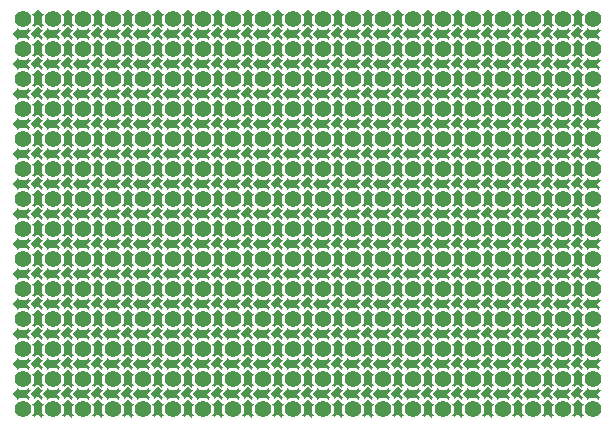
<source format=gbr>
G04 #@! TF.GenerationSoftware,KiCad,Pcbnew,9.0.1*
G04 #@! TF.CreationDate,2025-05-07T17:11:04-04:00*
G04 #@! TF.ProjectId,matrix-protoboard_14x20,6d617472-6978-42d7-9072-6f746f626f61,rev?*
G04 #@! TF.SameCoordinates,Original*
G04 #@! TF.FileFunction,Copper,L2,Bot*
G04 #@! TF.FilePolarity,Positive*
%FSLAX46Y46*%
G04 Gerber Fmt 4.6, Leading zero omitted, Abs format (unit mm)*
G04 Created by KiCad (PCBNEW 9.0.1) date 2025-05-07 17:11:04*
%MOMM*%
%LPD*%
G01*
G04 APERTURE LIST*
G04 Aperture macros list*
%AMFreePoly0*
4,1,38,0.000354,0.765354,0.325208,0.440500,0.550000,0.440500,0.550354,0.440354,0.550500,0.440000,0.550354,0.439646,0.350500,0.239792,0.350500,-0.359792,0.550354,-0.559646,0.550500,-0.560000,0.550354,-0.560354,0.550000,-0.560500,0.338500,-0.560500,0.338500,-0.763000,0.338354,-0.763354,0.338000,-0.763500,0.337646,-0.763354,-0.000208,-0.425500,-0.009792,-0.425500,-0.347646,-0.763354,
-0.348000,-0.763500,-0.348354,-0.763354,-0.348500,-0.763000,-0.348500,-0.560500,-0.550000,-0.560500,-0.550354,-0.560354,-0.550500,-0.560000,-0.550354,-0.559646,-0.350500,-0.359792,-0.350500,0.239792,-0.550354,0.439646,-0.550500,0.440000,-0.550354,0.440354,-0.550000,0.440500,-0.325208,0.440500,-0.000354,0.765354,0.000000,0.765500,0.000354,0.765354,0.000354,0.765354,$1*%
%AMFreePoly1*
4,1,28,0.060354,0.560354,0.357208,0.263500,0.583000,0.263500,0.583354,0.263354,0.583500,0.263000,0.583354,0.262646,0.235708,-0.085000,0.582354,-0.431646,0.582500,-0.432000,0.582354,-0.432354,0.582000,-0.432500,0.407500,-0.432500,0.407500,-0.607000,0.407354,-0.607354,0.407000,-0.607500,0.406646,-0.607354,0.060000,-0.260708,-0.287646,-0.608354,-0.288000,-0.608500,-0.288354,-0.608354,
-0.288500,-0.608000,-0.288500,-0.382208,-0.585354,-0.085354,-0.585500,-0.085000,-0.585354,-0.084646,0.059646,0.560354,0.060000,0.560500,0.060354,0.560354,0.060354,0.560354,$1*%
G04 Aperture macros list end*
G04 #@! TA.AperFunction,ComponentPad*
%ADD10C,1.400000*%
G04 #@! TD*
G04 #@! TA.AperFunction,SMDPad,CuDef*
%ADD11FreePoly0,90.000000*%
G04 #@! TD*
G04 #@! TA.AperFunction,SMDPad,CuDef*
%ADD12FreePoly1,0.000000*%
G04 #@! TD*
G04 #@! TA.AperFunction,SMDPad,CuDef*
%ADD13FreePoly0,0.000000*%
G04 #@! TD*
G04 APERTURE END LIST*
D10*
X157470000Y-85580000D03*
X157470000Y-75420000D03*
D11*
X152330000Y-86850000D03*
D10*
X152390000Y-90660000D03*
X162550000Y-88120000D03*
D12*
X184080000Y-94385000D03*
X156140000Y-74065000D03*
D10*
X175250000Y-90660000D03*
D12*
X145980000Y-91845000D03*
D10*
X139690000Y-93200000D03*
D11*
X175190000Y-81770000D03*
D13*
X158740000Y-85520000D03*
X166360000Y-90600000D03*
D11*
X182810000Y-99550000D03*
X157410000Y-102090000D03*
D10*
X175250000Y-83040000D03*
D12*
X168840000Y-94385000D03*
D11*
X157410000Y-81770000D03*
X149790000Y-91930000D03*
D10*
X139690000Y-88120000D03*
X149850000Y-93200000D03*
D13*
X158740000Y-77900000D03*
D12*
X158680000Y-86765000D03*
D13*
X151120000Y-77900000D03*
D10*
X147310000Y-95740000D03*
D13*
X140960000Y-82980000D03*
X171440000Y-90600000D03*
X171440000Y-80440000D03*
X184140000Y-88060000D03*
D10*
X172710000Y-77960000D03*
D13*
X153660000Y-85520000D03*
X143500000Y-93140000D03*
X168900000Y-95680000D03*
D12*
X151060000Y-86765000D03*
D11*
X180270000Y-94470000D03*
X142170000Y-76690000D03*
D13*
X171440000Y-77900000D03*
X156200000Y-93140000D03*
D12*
X140900000Y-76605000D03*
D11*
X165030000Y-104630000D03*
D13*
X176520000Y-93140000D03*
D11*
X154870000Y-94470000D03*
X170110000Y-104630000D03*
X157410000Y-99550000D03*
X175190000Y-102090000D03*
X170110000Y-84310000D03*
D10*
X139690000Y-85580000D03*
X170170000Y-98280000D03*
D11*
X185350000Y-84310000D03*
D10*
X149850000Y-105900000D03*
D13*
X143500000Y-100760000D03*
D10*
X160010000Y-100820000D03*
D11*
X175190000Y-84310000D03*
X187890000Y-89390000D03*
D10*
X147310000Y-72880000D03*
D11*
X152330000Y-102090000D03*
D10*
X170170000Y-80500000D03*
D13*
X181600000Y-103300000D03*
X179060000Y-88060000D03*
D10*
X139690000Y-98280000D03*
X170170000Y-75420000D03*
D13*
X176520000Y-80440000D03*
D11*
X185350000Y-74150000D03*
D10*
X157470000Y-90660000D03*
D11*
X142170000Y-81770000D03*
D12*
X181540000Y-91845000D03*
D11*
X187890000Y-102090000D03*
X175190000Y-99550000D03*
X159950000Y-86850000D03*
X170110000Y-102090000D03*
X180270000Y-74150000D03*
D12*
X156140000Y-84225000D03*
D13*
X168900000Y-88060000D03*
D10*
X142230000Y-75420000D03*
D13*
X158740000Y-100760000D03*
D12*
X148520000Y-76605000D03*
D10*
X177790000Y-98280000D03*
D13*
X166360000Y-80440000D03*
D11*
X142170000Y-79230000D03*
D10*
X182870000Y-93200000D03*
D11*
X144710000Y-91930000D03*
D12*
X168840000Y-89305000D03*
D11*
X144710000Y-76690000D03*
D12*
X179000000Y-91845000D03*
D11*
X144710000Y-97010000D03*
D10*
X152390000Y-80500000D03*
D12*
X171380000Y-81685000D03*
D10*
X167630000Y-90660000D03*
D12*
X151060000Y-104545000D03*
X161220000Y-84225000D03*
D10*
X170170000Y-85580000D03*
D11*
X167570000Y-97010000D03*
X182810000Y-91930000D03*
D12*
X151060000Y-79145000D03*
X168840000Y-74065000D03*
X158680000Y-89305000D03*
D10*
X149850000Y-103360000D03*
D13*
X156200000Y-88060000D03*
D10*
X154930000Y-95740000D03*
X149850000Y-95740000D03*
D11*
X172650000Y-91930000D03*
D12*
X186620000Y-99465000D03*
D13*
X176520000Y-95680000D03*
D12*
X173920000Y-86765000D03*
D10*
X160010000Y-93200000D03*
D11*
X147250000Y-76690000D03*
D12*
X181540000Y-96925000D03*
X145980000Y-99465000D03*
D11*
X167570000Y-94470000D03*
D10*
X144770000Y-93200000D03*
X172710000Y-88120000D03*
X170170000Y-88120000D03*
D12*
X171380000Y-84225000D03*
X176460000Y-86765000D03*
D11*
X177730000Y-89390000D03*
D10*
X160010000Y-103360000D03*
D11*
X144710000Y-84310000D03*
D10*
X172710000Y-90660000D03*
X142230000Y-83040000D03*
D11*
X159950000Y-104630000D03*
X172650000Y-84310000D03*
D10*
X165090000Y-80500000D03*
D12*
X156140000Y-89305000D03*
D11*
X170110000Y-91930000D03*
D10*
X162550000Y-105900000D03*
D11*
X165030000Y-81770000D03*
X147250000Y-89390000D03*
X139630000Y-74150000D03*
D12*
X179000000Y-104545000D03*
D13*
X181600000Y-80440000D03*
D11*
X154870000Y-84310000D03*
D10*
X167630000Y-95740000D03*
D13*
X173980000Y-100760000D03*
D12*
X181540000Y-79145000D03*
X166300000Y-96925000D03*
X161220000Y-74065000D03*
D11*
X149790000Y-94470000D03*
D13*
X166360000Y-100760000D03*
D10*
X172710000Y-100820000D03*
X185410000Y-75420000D03*
D11*
X175190000Y-94470000D03*
D13*
X181600000Y-85520000D03*
D11*
X159950000Y-94470000D03*
D10*
X177790000Y-103360000D03*
D11*
X162490000Y-94470000D03*
D13*
X148580000Y-103300000D03*
D11*
X144710000Y-74150000D03*
D12*
X168840000Y-96925000D03*
D11*
X139630000Y-91930000D03*
X159950000Y-79230000D03*
D10*
X157470000Y-95740000D03*
X185410000Y-100820000D03*
D13*
X153660000Y-90600000D03*
D12*
X156140000Y-94385000D03*
D11*
X177730000Y-81770000D03*
X172650000Y-99550000D03*
D10*
X182870000Y-90660000D03*
X167630000Y-103360000D03*
D11*
X182810000Y-102090000D03*
D13*
X156200000Y-85520000D03*
D12*
X148520000Y-74065000D03*
D13*
X153660000Y-100760000D03*
X143500000Y-72820000D03*
X163820000Y-82980000D03*
D11*
X165030000Y-94470000D03*
D12*
X186620000Y-86765000D03*
D13*
X151120000Y-95680000D03*
D10*
X167630000Y-98280000D03*
X180330000Y-90660000D03*
X167630000Y-93200000D03*
X162550000Y-77960000D03*
D11*
X157410000Y-89390000D03*
X152330000Y-99550000D03*
D10*
X180330000Y-72880000D03*
X139690000Y-75420000D03*
D12*
X151060000Y-102005000D03*
X140900000Y-96925000D03*
D11*
X154870000Y-86850000D03*
D12*
X145980000Y-74065000D03*
D13*
X158740000Y-82980000D03*
D10*
X172710000Y-85580000D03*
D11*
X177730000Y-86850000D03*
X144710000Y-94470000D03*
D10*
X157470000Y-100820000D03*
D13*
X173980000Y-72820000D03*
X179060000Y-98220000D03*
D11*
X167570000Y-104630000D03*
D10*
X182870000Y-100820000D03*
D11*
X185350000Y-89390000D03*
D12*
X186620000Y-91845000D03*
D13*
X186680000Y-77900000D03*
D10*
X149850000Y-90660000D03*
D13*
X143500000Y-75360000D03*
D10*
X152390000Y-77960000D03*
D11*
X159950000Y-84310000D03*
D10*
X152390000Y-98280000D03*
X144770000Y-88120000D03*
X170170000Y-95740000D03*
D12*
X181540000Y-81685000D03*
D10*
X165090000Y-88120000D03*
D13*
X156200000Y-90600000D03*
D10*
X170170000Y-103360000D03*
D12*
X163760000Y-79145000D03*
D11*
X154870000Y-79230000D03*
X175190000Y-86850000D03*
D13*
X176520000Y-88060000D03*
D11*
X149790000Y-74150000D03*
D13*
X161280000Y-77900000D03*
D10*
X160010000Y-83040000D03*
D13*
X148580000Y-80440000D03*
X140960000Y-105840000D03*
D10*
X142230000Y-100820000D03*
X142230000Y-88120000D03*
D11*
X139630000Y-97010000D03*
D10*
X154930000Y-98280000D03*
D13*
X146040000Y-85520000D03*
D11*
X167570000Y-102090000D03*
D13*
X148580000Y-77900000D03*
D12*
X176460000Y-84225000D03*
D13*
X173980000Y-75360000D03*
X156200000Y-95680000D03*
D10*
X180330000Y-98280000D03*
D12*
X173920000Y-91845000D03*
D10*
X152390000Y-93200000D03*
D13*
X166360000Y-85520000D03*
D10*
X144770000Y-75420000D03*
D13*
X140960000Y-93140000D03*
D12*
X181540000Y-89305000D03*
D13*
X186680000Y-93140000D03*
X181600000Y-98220000D03*
D11*
X144710000Y-89390000D03*
X167570000Y-81770000D03*
X154870000Y-97010000D03*
X142170000Y-102090000D03*
D10*
X147310000Y-93200000D03*
D12*
X168840000Y-81685000D03*
X161220000Y-94385000D03*
D10*
X172710000Y-93200000D03*
D13*
X181600000Y-105840000D03*
D11*
X152330000Y-74150000D03*
D10*
X182870000Y-85580000D03*
X160010000Y-80500000D03*
D13*
X179060000Y-82980000D03*
D12*
X161220000Y-81685000D03*
D10*
X177790000Y-72880000D03*
D13*
X171440000Y-98220000D03*
D11*
X154870000Y-104630000D03*
D10*
X152390000Y-103360000D03*
X142230000Y-93200000D03*
D12*
X153600000Y-74065000D03*
D10*
X154930000Y-72880000D03*
D11*
X172650000Y-89390000D03*
D13*
X166360000Y-98220000D03*
X151120000Y-72820000D03*
D12*
X179000000Y-74065000D03*
X171380000Y-99465000D03*
D13*
X184140000Y-85520000D03*
D10*
X177790000Y-95740000D03*
X147310000Y-80500000D03*
D11*
X152330000Y-81770000D03*
D12*
X140900000Y-81685000D03*
D11*
X162490000Y-86850000D03*
D10*
X185410000Y-105900000D03*
X162550000Y-100820000D03*
D12*
X163760000Y-84225000D03*
D10*
X157470000Y-105900000D03*
D11*
X185350000Y-81770000D03*
D10*
X187950000Y-105900000D03*
D11*
X159950000Y-74150000D03*
D12*
X145980000Y-84225000D03*
D10*
X180330000Y-88120000D03*
X149850000Y-72880000D03*
X180330000Y-95740000D03*
X172710000Y-95740000D03*
X154930000Y-88120000D03*
D11*
X154870000Y-99550000D03*
D10*
X177790000Y-105900000D03*
D11*
X172650000Y-81770000D03*
D12*
X179000000Y-94385000D03*
D13*
X156200000Y-80440000D03*
D11*
X187890000Y-97010000D03*
X144710000Y-102090000D03*
D13*
X181600000Y-93140000D03*
D11*
X152330000Y-104630000D03*
D13*
X166360000Y-93140000D03*
D10*
X142230000Y-85580000D03*
D13*
X143500000Y-85520000D03*
X163820000Y-93140000D03*
X148580000Y-82980000D03*
D11*
X187890000Y-99550000D03*
D13*
X158740000Y-88060000D03*
D12*
X179000000Y-86765000D03*
D13*
X173980000Y-82980000D03*
D12*
X145980000Y-79145000D03*
X181540000Y-84225000D03*
D11*
X177730000Y-76690000D03*
D10*
X149850000Y-88120000D03*
D13*
X179060000Y-90600000D03*
X140960000Y-95680000D03*
X158740000Y-75360000D03*
D12*
X153600000Y-84225000D03*
D13*
X166360000Y-88060000D03*
X161280000Y-85520000D03*
D11*
X165030000Y-74150000D03*
D13*
X168900000Y-77900000D03*
D12*
X161220000Y-96925000D03*
D11*
X165030000Y-102090000D03*
D13*
X186680000Y-105840000D03*
D10*
X187950000Y-103360000D03*
D13*
X148580000Y-93140000D03*
D11*
X162490000Y-102090000D03*
D13*
X146040000Y-105840000D03*
D12*
X173920000Y-102005000D03*
D13*
X176520000Y-82980000D03*
D11*
X170110000Y-74150000D03*
D13*
X163820000Y-88060000D03*
D11*
X180270000Y-76690000D03*
D10*
X142230000Y-98280000D03*
D13*
X173980000Y-77900000D03*
D10*
X182870000Y-103360000D03*
X172710000Y-80500000D03*
X175250000Y-77960000D03*
X172710000Y-98280000D03*
X187950000Y-77960000D03*
D13*
X163820000Y-72820000D03*
X140960000Y-98220000D03*
X151120000Y-88060000D03*
X158740000Y-95680000D03*
D10*
X182870000Y-72880000D03*
X172710000Y-83040000D03*
D13*
X173980000Y-93140000D03*
D11*
X187890000Y-91930000D03*
D13*
X161280000Y-105840000D03*
D12*
X186620000Y-102005000D03*
D10*
X162550000Y-103360000D03*
D11*
X147250000Y-84310000D03*
D13*
X146040000Y-75360000D03*
D11*
X147250000Y-97010000D03*
D12*
X181540000Y-86765000D03*
X145980000Y-81685000D03*
D11*
X139630000Y-104630000D03*
D10*
X139690000Y-95740000D03*
X187950000Y-75420000D03*
D13*
X158740000Y-93140000D03*
D10*
X139690000Y-100820000D03*
X185410000Y-98280000D03*
D13*
X179060000Y-103300000D03*
D11*
X187890000Y-94470000D03*
D13*
X161280000Y-95680000D03*
X166360000Y-95680000D03*
D10*
X177790000Y-88120000D03*
D12*
X186620000Y-74065000D03*
D11*
X185350000Y-99550000D03*
D13*
X186680000Y-98220000D03*
D12*
X184080000Y-86765000D03*
X168840000Y-79145000D03*
D11*
X182810000Y-81770000D03*
D10*
X139690000Y-90660000D03*
D13*
X168900000Y-105840000D03*
D10*
X144770000Y-83040000D03*
X147310000Y-77960000D03*
X147310000Y-83040000D03*
D13*
X161280000Y-72820000D03*
D11*
X147250000Y-74150000D03*
D12*
X143440000Y-74065000D03*
D13*
X148580000Y-90600000D03*
D11*
X175190000Y-104630000D03*
X157410000Y-79230000D03*
D10*
X180330000Y-93200000D03*
D11*
X149790000Y-79230000D03*
D10*
X149850000Y-85580000D03*
X144770000Y-72880000D03*
X160010000Y-105900000D03*
D12*
X156140000Y-79145000D03*
D13*
X153660000Y-75360000D03*
D12*
X153600000Y-94385000D03*
D10*
X177790000Y-93200000D03*
D11*
X149790000Y-86850000D03*
X147250000Y-94470000D03*
X162490000Y-76690000D03*
D10*
X149850000Y-83040000D03*
D12*
X143440000Y-104545000D03*
D13*
X173980000Y-98220000D03*
D10*
X180330000Y-75420000D03*
D12*
X161220000Y-102005000D03*
D13*
X156200000Y-103300000D03*
D12*
X148520000Y-84225000D03*
X140900000Y-102005000D03*
D13*
X184140000Y-90600000D03*
D12*
X148520000Y-86765000D03*
X145980000Y-102005000D03*
D13*
X146040000Y-82980000D03*
D10*
X160010000Y-72880000D03*
X142230000Y-103360000D03*
D13*
X173980000Y-80440000D03*
D11*
X147250000Y-91930000D03*
X180270000Y-84310000D03*
D10*
X185410000Y-85580000D03*
D11*
X187890000Y-79230000D03*
X180270000Y-97010000D03*
D12*
X158680000Y-99465000D03*
X179000000Y-84225000D03*
D13*
X156200000Y-72820000D03*
D10*
X180330000Y-103360000D03*
D11*
X182810000Y-86850000D03*
X154870000Y-91930000D03*
X144710000Y-99550000D03*
X167570000Y-89390000D03*
D13*
X140960000Y-90600000D03*
D12*
X168840000Y-86765000D03*
D10*
X167630000Y-75420000D03*
D12*
X171380000Y-91845000D03*
D10*
X172710000Y-105900000D03*
X182870000Y-98280000D03*
D11*
X165030000Y-91930000D03*
D13*
X148580000Y-85520000D03*
D12*
X166300000Y-76605000D03*
X143440000Y-76605000D03*
D11*
X147250000Y-86850000D03*
D12*
X181540000Y-104545000D03*
X184080000Y-79145000D03*
X166300000Y-99465000D03*
D10*
X175250000Y-100820000D03*
D13*
X168900000Y-75360000D03*
D12*
X161220000Y-76605000D03*
X143440000Y-84225000D03*
X176460000Y-76605000D03*
D11*
X187890000Y-84310000D03*
D13*
X171440000Y-88060000D03*
D12*
X171380000Y-74065000D03*
D11*
X180270000Y-81770000D03*
D10*
X144770000Y-95740000D03*
D12*
X158680000Y-84225000D03*
D13*
X153660000Y-82980000D03*
D11*
X177730000Y-104630000D03*
D10*
X142230000Y-95740000D03*
D12*
X161220000Y-89305000D03*
X148520000Y-81685000D03*
D10*
X157470000Y-83040000D03*
D13*
X179060000Y-93140000D03*
D10*
X144770000Y-103360000D03*
D13*
X173980000Y-105840000D03*
X171440000Y-100760000D03*
D11*
X177730000Y-91930000D03*
D13*
X158740000Y-103300000D03*
D12*
X176460000Y-104545000D03*
D11*
X172650000Y-74150000D03*
D10*
X172710000Y-103360000D03*
X154930000Y-90660000D03*
D13*
X163820000Y-103300000D03*
D10*
X165090000Y-98280000D03*
D13*
X148580000Y-75360000D03*
D12*
X140900000Y-89305000D03*
D10*
X160010000Y-85580000D03*
D12*
X184080000Y-81685000D03*
D11*
X154870000Y-81770000D03*
D12*
X176460000Y-74065000D03*
D13*
X158740000Y-98220000D03*
D12*
X143440000Y-86765000D03*
D13*
X166360000Y-105840000D03*
D12*
X151060000Y-94385000D03*
D11*
X157410000Y-104630000D03*
D13*
X156200000Y-82980000D03*
D11*
X180270000Y-104630000D03*
X175190000Y-79230000D03*
D10*
X162550000Y-98280000D03*
D13*
X151120000Y-100760000D03*
X181600000Y-95680000D03*
D11*
X147250000Y-99550000D03*
X177730000Y-97010000D03*
D13*
X166360000Y-72820000D03*
D12*
X148520000Y-104545000D03*
X166300000Y-94385000D03*
D10*
X139690000Y-72880000D03*
D11*
X170110000Y-79230000D03*
D12*
X176460000Y-89305000D03*
X143440000Y-102005000D03*
X148520000Y-79145000D03*
D11*
X139630000Y-84310000D03*
X172650000Y-102090000D03*
D13*
X146040000Y-72820000D03*
D10*
X162550000Y-90660000D03*
D11*
X144710000Y-86850000D03*
D12*
X151060000Y-91845000D03*
D11*
X172650000Y-97010000D03*
D12*
X161220000Y-79145000D03*
D11*
X144710000Y-104630000D03*
D12*
X173920000Y-84225000D03*
D10*
X144770000Y-100820000D03*
X187950000Y-95740000D03*
D11*
X180270000Y-99550000D03*
X185350000Y-104630000D03*
D10*
X187950000Y-85580000D03*
D13*
X148580000Y-100760000D03*
D12*
X156140000Y-99465000D03*
X179000000Y-79145000D03*
D13*
X176520000Y-90600000D03*
D12*
X168840000Y-84225000D03*
D13*
X181600000Y-88060000D03*
D12*
X156140000Y-102005000D03*
X148520000Y-99465000D03*
X176460000Y-79145000D03*
D11*
X187890000Y-104630000D03*
D13*
X148580000Y-95680000D03*
D11*
X165030000Y-79230000D03*
D10*
X175250000Y-85580000D03*
D12*
X163760000Y-102005000D03*
D13*
X171440000Y-82980000D03*
D12*
X163760000Y-89305000D03*
D10*
X144770000Y-80500000D03*
D12*
X143440000Y-99465000D03*
D11*
X170110000Y-81770000D03*
D10*
X139690000Y-80500000D03*
D12*
X173920000Y-94385000D03*
X158680000Y-96925000D03*
D10*
X147310000Y-88120000D03*
X142230000Y-72880000D03*
D11*
X175190000Y-74150000D03*
D13*
X181600000Y-72820000D03*
D12*
X163760000Y-76605000D03*
D10*
X175250000Y-75420000D03*
D13*
X146040000Y-100760000D03*
D11*
X152330000Y-76690000D03*
X162490000Y-84310000D03*
D10*
X147310000Y-105900000D03*
D11*
X177730000Y-94470000D03*
D10*
X152390000Y-100820000D03*
X154930000Y-100820000D03*
D11*
X182810000Y-74150000D03*
D10*
X147310000Y-103360000D03*
X175250000Y-93200000D03*
D13*
X181600000Y-75360000D03*
D10*
X180330000Y-100820000D03*
D13*
X166360000Y-77900000D03*
D11*
X165030000Y-86850000D03*
D12*
X156140000Y-81685000D03*
D10*
X144770000Y-98280000D03*
X167630000Y-85580000D03*
D13*
X163820000Y-90600000D03*
D11*
X142170000Y-97010000D03*
X175190000Y-76690000D03*
D12*
X181540000Y-102005000D03*
D11*
X180270000Y-89390000D03*
D13*
X163820000Y-85520000D03*
D12*
X153600000Y-99465000D03*
D13*
X186680000Y-80440000D03*
D10*
X157470000Y-80500000D03*
X165090000Y-83040000D03*
X170170000Y-105900000D03*
D13*
X140960000Y-77900000D03*
X166360000Y-103300000D03*
D11*
X154870000Y-89390000D03*
D13*
X143500000Y-95680000D03*
X163820000Y-98220000D03*
D10*
X162550000Y-83040000D03*
D11*
X157410000Y-76690000D03*
X142170000Y-89390000D03*
X182810000Y-104630000D03*
D10*
X154930000Y-105900000D03*
X175250000Y-98280000D03*
D13*
X156200000Y-98220000D03*
D11*
X187890000Y-86850000D03*
D10*
X152390000Y-85580000D03*
D13*
X186680000Y-88060000D03*
D10*
X152390000Y-105900000D03*
D13*
X179060000Y-85520000D03*
D12*
X171380000Y-94385000D03*
X173920000Y-99465000D03*
D11*
X159950000Y-81770000D03*
X139630000Y-76690000D03*
D12*
X145980000Y-96925000D03*
D10*
X187950000Y-93200000D03*
D12*
X186620000Y-104545000D03*
X171380000Y-76605000D03*
D10*
X154930000Y-83040000D03*
X180330000Y-80500000D03*
D13*
X161280000Y-93140000D03*
D12*
X161220000Y-99465000D03*
D10*
X162550000Y-72880000D03*
D11*
X162490000Y-74150000D03*
D13*
X181600000Y-90600000D03*
D10*
X170170000Y-72880000D03*
D11*
X159950000Y-99550000D03*
D10*
X157470000Y-98280000D03*
X187950000Y-83040000D03*
D12*
X163760000Y-94385000D03*
D11*
X187890000Y-81770000D03*
X162490000Y-104630000D03*
D13*
X146040000Y-98220000D03*
D11*
X172650000Y-104630000D03*
D12*
X186620000Y-81685000D03*
D11*
X175190000Y-97010000D03*
X147250000Y-102090000D03*
D13*
X184140000Y-75360000D03*
X143500000Y-77900000D03*
D10*
X180330000Y-83040000D03*
D11*
X167570000Y-84310000D03*
D12*
X171380000Y-79145000D03*
X166300000Y-91845000D03*
X179000000Y-76605000D03*
X184080000Y-102005000D03*
D13*
X156200000Y-105840000D03*
X186680000Y-100760000D03*
D11*
X157410000Y-91930000D03*
D12*
X179000000Y-99465000D03*
X168840000Y-99465000D03*
D11*
X172650000Y-86850000D03*
D13*
X151120000Y-90600000D03*
X168900000Y-100760000D03*
D12*
X158680000Y-94385000D03*
X168840000Y-91845000D03*
X179000000Y-102005000D03*
D10*
X170170000Y-90660000D03*
D13*
X153660000Y-105840000D03*
D12*
X173920000Y-81685000D03*
X186620000Y-96925000D03*
D10*
X144770000Y-85580000D03*
D12*
X179000000Y-96925000D03*
D10*
X157470000Y-88120000D03*
D13*
X153660000Y-77900000D03*
X143500000Y-103300000D03*
D12*
X173920000Y-79145000D03*
D11*
X177730000Y-84310000D03*
D12*
X171380000Y-104545000D03*
D13*
X143500000Y-98220000D03*
D12*
X173920000Y-76605000D03*
X156140000Y-104545000D03*
D11*
X139630000Y-99550000D03*
D10*
X157470000Y-103360000D03*
X177790000Y-90660000D03*
X167630000Y-100820000D03*
D11*
X142170000Y-86850000D03*
D13*
X151120000Y-75360000D03*
X143500000Y-88060000D03*
D11*
X172650000Y-94470000D03*
D13*
X186680000Y-90600000D03*
D11*
X139630000Y-89390000D03*
D13*
X140960000Y-85520000D03*
D12*
X179000000Y-89305000D03*
D10*
X167630000Y-77960000D03*
D13*
X148580000Y-98220000D03*
D12*
X140900000Y-99465000D03*
D11*
X152330000Y-84310000D03*
D12*
X166300000Y-79145000D03*
X163760000Y-99465000D03*
D13*
X179060000Y-100760000D03*
X140960000Y-80440000D03*
D10*
X182870000Y-88120000D03*
X175250000Y-72880000D03*
D13*
X176520000Y-75360000D03*
D11*
X182810000Y-94470000D03*
X154870000Y-76690000D03*
D13*
X173980000Y-103300000D03*
X179060000Y-80440000D03*
D11*
X152330000Y-79230000D03*
X167570000Y-76690000D03*
D12*
X153600000Y-86765000D03*
X158680000Y-79145000D03*
D11*
X149790000Y-84310000D03*
D10*
X144770000Y-105900000D03*
X147310000Y-75420000D03*
D13*
X151120000Y-85520000D03*
D12*
X168840000Y-102005000D03*
D13*
X179060000Y-77900000D03*
D11*
X147250000Y-79230000D03*
X172650000Y-76690000D03*
D10*
X170170000Y-77960000D03*
D12*
X168840000Y-104545000D03*
X166300000Y-104545000D03*
D13*
X184140000Y-98220000D03*
D11*
X157410000Y-86850000D03*
X154870000Y-102090000D03*
D10*
X162550000Y-75420000D03*
X142230000Y-80500000D03*
D12*
X153600000Y-96925000D03*
D13*
X153660000Y-88060000D03*
X186680000Y-75360000D03*
D12*
X156140000Y-91845000D03*
X163760000Y-86765000D03*
X179000000Y-81685000D03*
D11*
X177730000Y-99550000D03*
D12*
X181540000Y-99465000D03*
X176460000Y-94385000D03*
X186620000Y-84225000D03*
D11*
X152330000Y-97010000D03*
X165030000Y-99550000D03*
D12*
X158680000Y-104545000D03*
D10*
X162550000Y-85580000D03*
D12*
X140900000Y-91845000D03*
D13*
X179060000Y-95680000D03*
D10*
X185410000Y-95740000D03*
D13*
X168900000Y-85520000D03*
D10*
X152390000Y-95740000D03*
D13*
X148580000Y-105840000D03*
D12*
X153600000Y-81685000D03*
D11*
X182810000Y-89390000D03*
X182810000Y-97010000D03*
X147250000Y-104630000D03*
D12*
X151060000Y-99465000D03*
D13*
X158740000Y-90600000D03*
D11*
X165030000Y-97010000D03*
D13*
X161280000Y-80440000D03*
D12*
X145980000Y-89305000D03*
D10*
X187950000Y-72880000D03*
D11*
X142170000Y-104630000D03*
X162490000Y-99550000D03*
D12*
X158680000Y-76605000D03*
D10*
X165090000Y-90660000D03*
D11*
X170110000Y-94470000D03*
D12*
X181540000Y-74065000D03*
D13*
X146040000Y-103300000D03*
D12*
X148520000Y-102005000D03*
D13*
X153660000Y-72820000D03*
D12*
X145980000Y-86765000D03*
X140900000Y-104545000D03*
D13*
X163820000Y-100760000D03*
X186680000Y-95680000D03*
D10*
X165090000Y-85580000D03*
D13*
X143500000Y-80440000D03*
D12*
X186620000Y-79145000D03*
D13*
X181600000Y-77900000D03*
D12*
X161220000Y-104545000D03*
D13*
X146040000Y-95680000D03*
X166360000Y-82980000D03*
X151120000Y-105840000D03*
X156200000Y-100760000D03*
X140960000Y-75360000D03*
D12*
X151060000Y-74065000D03*
X176460000Y-96925000D03*
D13*
X143500000Y-105840000D03*
D12*
X153600000Y-91845000D03*
D10*
X147310000Y-90660000D03*
D11*
X185350000Y-76690000D03*
X185350000Y-94470000D03*
D13*
X173980000Y-85520000D03*
D12*
X151060000Y-76605000D03*
D10*
X175250000Y-95740000D03*
X152390000Y-83040000D03*
D13*
X146040000Y-88060000D03*
X171440000Y-93140000D03*
X176520000Y-72820000D03*
D12*
X140900000Y-86765000D03*
D10*
X185410000Y-103360000D03*
D11*
X162490000Y-89390000D03*
D12*
X140900000Y-84225000D03*
D13*
X153660000Y-93140000D03*
D10*
X154930000Y-103360000D03*
D11*
X185350000Y-91930000D03*
D10*
X182870000Y-105900000D03*
D12*
X163760000Y-74065000D03*
D10*
X187950000Y-98280000D03*
D11*
X170110000Y-76690000D03*
D12*
X143440000Y-89305000D03*
D13*
X179060000Y-75360000D03*
X181600000Y-82980000D03*
D12*
X173920000Y-74065000D03*
D13*
X143500000Y-82980000D03*
D12*
X151060000Y-84225000D03*
D13*
X171440000Y-75360000D03*
D12*
X166300000Y-81685000D03*
D13*
X146040000Y-80440000D03*
X151120000Y-93140000D03*
D11*
X152330000Y-94470000D03*
D13*
X179060000Y-72820000D03*
D11*
X170110000Y-97010000D03*
D13*
X163820000Y-95680000D03*
D11*
X157410000Y-94470000D03*
D13*
X168900000Y-82980000D03*
X186680000Y-85520000D03*
X176520000Y-105840000D03*
D12*
X186620000Y-76605000D03*
D13*
X153660000Y-98220000D03*
D12*
X158680000Y-102005000D03*
D13*
X186680000Y-72820000D03*
X168900000Y-103300000D03*
D10*
X177790000Y-85580000D03*
D11*
X182810000Y-79230000D03*
D10*
X152390000Y-72880000D03*
X139690000Y-105900000D03*
D13*
X166360000Y-75360000D03*
D10*
X154930000Y-77960000D03*
D12*
X158680000Y-91845000D03*
D11*
X172650000Y-79230000D03*
D13*
X168900000Y-80440000D03*
D11*
X144710000Y-81770000D03*
X162490000Y-91930000D03*
X165030000Y-84310000D03*
D13*
X168900000Y-72820000D03*
D10*
X147310000Y-98280000D03*
D11*
X185350000Y-86850000D03*
D12*
X161220000Y-91845000D03*
D11*
X142170000Y-94470000D03*
D10*
X187950000Y-100820000D03*
D13*
X158740000Y-72820000D03*
D11*
X167570000Y-91930000D03*
X182810000Y-84310000D03*
D10*
X172710000Y-75420000D03*
D11*
X182810000Y-76690000D03*
D13*
X171440000Y-72820000D03*
D10*
X187950000Y-80500000D03*
D12*
X153600000Y-89305000D03*
X158680000Y-74065000D03*
X143440000Y-79145000D03*
D10*
X165090000Y-75420000D03*
D11*
X149790000Y-99550000D03*
D10*
X177790000Y-75420000D03*
D13*
X161280000Y-103300000D03*
D12*
X166300000Y-89305000D03*
X173920000Y-104545000D03*
D11*
X170110000Y-86850000D03*
D10*
X162550000Y-93200000D03*
X180330000Y-85580000D03*
D13*
X176520000Y-77900000D03*
D12*
X148520000Y-89305000D03*
D10*
X139690000Y-77960000D03*
X160010000Y-88120000D03*
D13*
X176520000Y-103300000D03*
D12*
X184080000Y-89305000D03*
D13*
X173980000Y-90600000D03*
D10*
X165090000Y-105900000D03*
D12*
X176460000Y-81685000D03*
D11*
X149790000Y-81770000D03*
D12*
X171380000Y-89305000D03*
X184080000Y-91845000D03*
D11*
X139630000Y-102090000D03*
D13*
X146040000Y-77900000D03*
D11*
X180270000Y-79230000D03*
D13*
X161280000Y-82980000D03*
D12*
X151060000Y-81685000D03*
D13*
X140960000Y-103300000D03*
D11*
X157410000Y-74150000D03*
D13*
X176520000Y-98220000D03*
D11*
X142170000Y-84310000D03*
D13*
X184140000Y-100760000D03*
D11*
X152330000Y-89390000D03*
D10*
X187950000Y-88120000D03*
D13*
X181600000Y-100760000D03*
D10*
X185410000Y-90660000D03*
D13*
X168900000Y-93140000D03*
D10*
X165090000Y-72880000D03*
X160010000Y-90660000D03*
X182870000Y-75420000D03*
D13*
X146040000Y-93140000D03*
D11*
X177730000Y-74150000D03*
X159950000Y-89390000D03*
D10*
X167630000Y-72880000D03*
D12*
X184080000Y-104545000D03*
D10*
X182870000Y-83040000D03*
X160010000Y-98280000D03*
D12*
X145980000Y-76605000D03*
D11*
X180270000Y-86850000D03*
D13*
X148580000Y-72820000D03*
D11*
X149790000Y-89390000D03*
X149790000Y-104630000D03*
D13*
X161280000Y-90600000D03*
D12*
X156140000Y-96925000D03*
D10*
X175250000Y-88120000D03*
D12*
X143440000Y-96925000D03*
D13*
X184140000Y-103300000D03*
D12*
X143440000Y-94385000D03*
D11*
X175190000Y-91930000D03*
D13*
X151120000Y-103300000D03*
D10*
X165090000Y-95740000D03*
D13*
X151120000Y-98220000D03*
D12*
X145980000Y-104545000D03*
X186620000Y-94385000D03*
D11*
X159950000Y-76690000D03*
D12*
X186620000Y-89305000D03*
D10*
X175250000Y-80500000D03*
X162550000Y-80500000D03*
D11*
X167570000Y-99550000D03*
X152330000Y-91930000D03*
D13*
X140960000Y-100760000D03*
D12*
X161220000Y-86765000D03*
D10*
X157470000Y-72880000D03*
D11*
X149790000Y-102090000D03*
X162490000Y-79230000D03*
D10*
X170170000Y-100820000D03*
D12*
X143440000Y-81685000D03*
D13*
X179060000Y-105840000D03*
D11*
X167570000Y-74150000D03*
D13*
X140960000Y-88060000D03*
D12*
X153600000Y-76605000D03*
D13*
X171440000Y-85520000D03*
X184140000Y-93140000D03*
D10*
X185410000Y-77960000D03*
D12*
X140900000Y-79145000D03*
D13*
X184140000Y-80440000D03*
X173980000Y-88060000D03*
D12*
X163760000Y-96925000D03*
D11*
X162490000Y-97010000D03*
X187890000Y-74150000D03*
D10*
X182870000Y-80500000D03*
D11*
X144710000Y-79230000D03*
D10*
X142230000Y-105900000D03*
X165090000Y-103360000D03*
D13*
X171440000Y-105840000D03*
D10*
X167630000Y-83040000D03*
X165090000Y-93200000D03*
D13*
X143500000Y-90600000D03*
D10*
X167630000Y-88120000D03*
D12*
X166300000Y-102005000D03*
D13*
X176520000Y-100760000D03*
X148580000Y-88060000D03*
X161280000Y-75360000D03*
D12*
X153600000Y-79145000D03*
D13*
X161280000Y-100760000D03*
X171440000Y-95680000D03*
D10*
X175250000Y-103360000D03*
X154930000Y-75420000D03*
D11*
X139630000Y-81770000D03*
D10*
X170170000Y-83040000D03*
D11*
X170110000Y-99550000D03*
D12*
X184080000Y-76605000D03*
X166300000Y-74065000D03*
X184080000Y-84225000D03*
X168840000Y-76605000D03*
X176460000Y-91845000D03*
D13*
X186680000Y-82980000D03*
X163820000Y-105840000D03*
D12*
X166300000Y-86765000D03*
D13*
X156200000Y-75360000D03*
D11*
X185350000Y-79230000D03*
D12*
X153600000Y-104545000D03*
D11*
X162490000Y-81770000D03*
X187890000Y-76690000D03*
D12*
X176460000Y-99465000D03*
X148520000Y-94385000D03*
D10*
X157470000Y-77960000D03*
D13*
X186680000Y-103300000D03*
D12*
X171380000Y-86765000D03*
D11*
X154870000Y-74150000D03*
D12*
X171380000Y-96925000D03*
D11*
X185350000Y-97010000D03*
D10*
X185410000Y-80500000D03*
D12*
X181540000Y-76605000D03*
D11*
X149790000Y-76690000D03*
D12*
X173920000Y-96925000D03*
D13*
X158740000Y-105840000D03*
D10*
X154930000Y-80500000D03*
D13*
X146040000Y-90600000D03*
D10*
X177790000Y-80500000D03*
D12*
X151060000Y-89305000D03*
D10*
X185410000Y-93200000D03*
X149850000Y-80500000D03*
X152390000Y-88120000D03*
X160010000Y-95740000D03*
X144770000Y-77960000D03*
X165090000Y-77960000D03*
X180330000Y-105900000D03*
X149850000Y-100820000D03*
X139690000Y-83040000D03*
X187950000Y-90660000D03*
X172710000Y-72880000D03*
D12*
X163760000Y-104545000D03*
D11*
X165030000Y-76690000D03*
D12*
X148520000Y-96925000D03*
D11*
X147250000Y-81770000D03*
X142170000Y-74150000D03*
X167570000Y-79230000D03*
D13*
X161280000Y-88060000D03*
D11*
X165030000Y-89390000D03*
D10*
X144770000Y-90660000D03*
X149850000Y-75420000D03*
X157470000Y-93200000D03*
D13*
X184140000Y-82980000D03*
D11*
X177730000Y-102090000D03*
D13*
X173980000Y-95680000D03*
X184140000Y-77900000D03*
D10*
X149850000Y-77960000D03*
X177790000Y-77960000D03*
D12*
X140900000Y-94385000D03*
D11*
X139630000Y-94470000D03*
D12*
X153600000Y-102005000D03*
D11*
X157410000Y-97010000D03*
D10*
X162550000Y-95740000D03*
D11*
X185350000Y-102090000D03*
D13*
X184140000Y-105840000D03*
D10*
X185410000Y-88120000D03*
X182870000Y-95740000D03*
X142230000Y-77960000D03*
X154930000Y-85580000D03*
X160010000Y-75420000D03*
X185410000Y-83040000D03*
X182870000Y-77960000D03*
X152390000Y-75420000D03*
X177790000Y-100820000D03*
D11*
X170110000Y-89390000D03*
D12*
X166300000Y-84225000D03*
D13*
X153660000Y-95680000D03*
X163820000Y-77900000D03*
D12*
X163760000Y-81685000D03*
D13*
X168900000Y-98220000D03*
D12*
X158680000Y-81685000D03*
X173920000Y-89305000D03*
D10*
X180330000Y-77960000D03*
D12*
X163760000Y-91845000D03*
D11*
X159950000Y-97010000D03*
D12*
X156140000Y-86765000D03*
D13*
X156200000Y-77900000D03*
D11*
X139630000Y-86850000D03*
D10*
X149850000Y-98280000D03*
D12*
X145980000Y-94385000D03*
D13*
X168900000Y-90600000D03*
D12*
X181540000Y-94385000D03*
D13*
X184140000Y-72820000D03*
X153660000Y-103300000D03*
D11*
X167570000Y-86850000D03*
D10*
X175250000Y-105900000D03*
X167630000Y-105900000D03*
D11*
X159950000Y-91930000D03*
D13*
X151120000Y-80440000D03*
D11*
X180270000Y-102090000D03*
X139630000Y-79230000D03*
D13*
X158740000Y-80440000D03*
D10*
X165090000Y-100820000D03*
D11*
X142170000Y-99550000D03*
D13*
X184140000Y-95680000D03*
D12*
X140900000Y-74065000D03*
D13*
X163820000Y-80440000D03*
D12*
X184080000Y-96925000D03*
D10*
X139690000Y-103360000D03*
X185410000Y-72880000D03*
D12*
X148520000Y-91845000D03*
X184080000Y-99465000D03*
D13*
X161280000Y-98220000D03*
X153660000Y-80440000D03*
X171440000Y-103300000D03*
D11*
X142170000Y-91930000D03*
D10*
X177790000Y-83040000D03*
D12*
X143440000Y-91845000D03*
D10*
X170170000Y-93200000D03*
D12*
X156140000Y-76605000D03*
D10*
X154930000Y-93200000D03*
D12*
X176460000Y-102005000D03*
D11*
X157410000Y-84310000D03*
D10*
X147310000Y-100820000D03*
D11*
X159950000Y-102090000D03*
D12*
X171380000Y-102005000D03*
D13*
X176520000Y-85520000D03*
D11*
X180270000Y-91930000D03*
D10*
X142230000Y-90660000D03*
X147310000Y-85580000D03*
D13*
X140960000Y-72820000D03*
D11*
X175190000Y-89390000D03*
X177730000Y-79230000D03*
D10*
X167630000Y-80500000D03*
D12*
X151060000Y-96925000D03*
D13*
X151120000Y-82980000D03*
X163820000Y-75360000D03*
D11*
X149790000Y-97010000D03*
D12*
X184080000Y-74065000D03*
D10*
X160010000Y-77960000D03*
M02*

</source>
